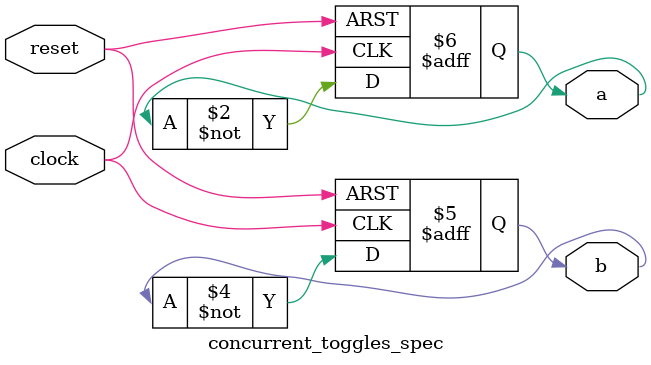
<source format=v>
module concurrent_toggles_spec(input [0:0] clock, input [0:0] reset, output reg [0:0] a, output reg [0:0] b);
    
    always @(posedge clock or posedge reset)
    begin
        if (reset)
            a <= 0;
        else
            a <= ~a;
    end

    always @(posedge clock or posedge reset)
    begin
        if (reset)
            b <= 0;
        else
            b <= ~b;
    end

endmodule

</source>
